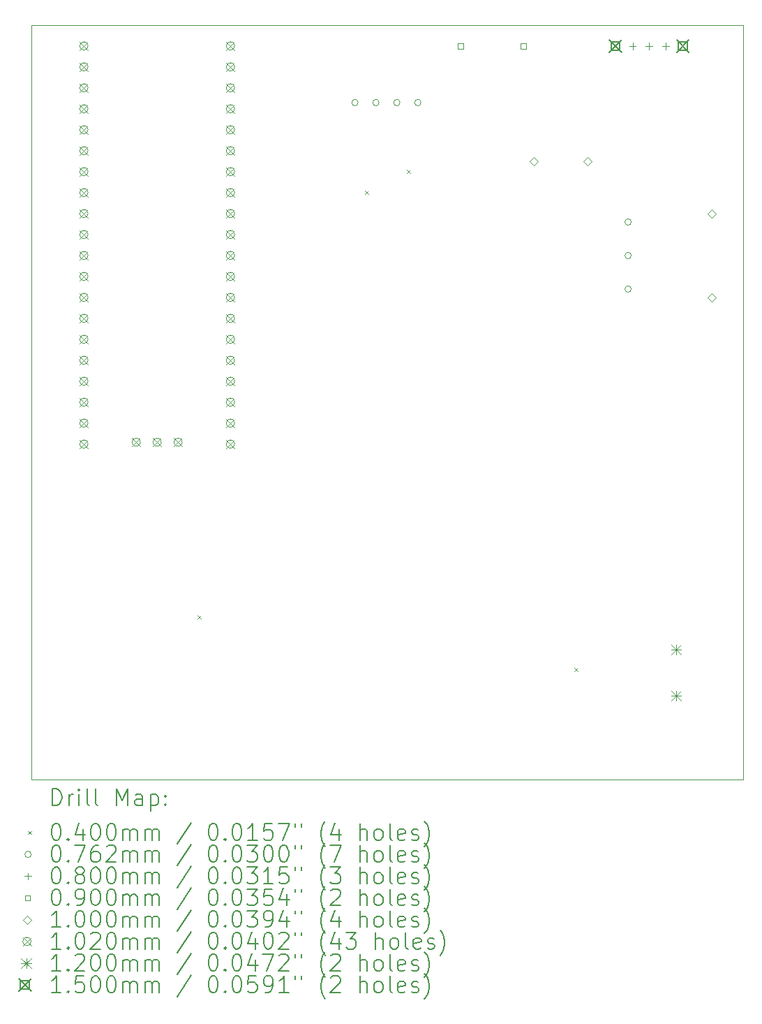
<source format=gbr>
%FSLAX45Y45*%
G04 Gerber Fmt 4.5, Leading zero omitted, Abs format (unit mm)*
G04 Created by KiCad (PCBNEW (6.0.2)) date 2022-06-07 21:46:57*
%MOMM*%
%LPD*%
G01*
G04 APERTURE LIST*
%TA.AperFunction,Profile*%
%ADD10C,0.100000*%
%TD*%
%ADD11C,0.200000*%
%ADD12C,0.040000*%
%ADD13C,0.076200*%
%ADD14C,0.080000*%
%ADD15C,0.090000*%
%ADD16C,0.100000*%
%ADD17C,0.102000*%
%ADD18C,0.120000*%
%ADD19C,0.150000*%
G04 APERTURE END LIST*
D10*
X19685000Y-14097000D02*
X11049000Y-14097000D01*
X15367000Y-4953000D02*
X19685000Y-4953000D01*
X11049000Y-4953000D02*
X11049000Y-14097000D01*
X15367000Y-4953000D02*
X11049000Y-4953000D01*
X19685000Y-4953000D02*
X19685000Y-14097000D01*
D11*
D12*
X13061000Y-12108500D02*
X13101000Y-12148500D01*
X13101000Y-12108500D02*
X13061000Y-12148500D01*
X15093000Y-6965000D02*
X15133000Y-7005000D01*
X15133000Y-6965000D02*
X15093000Y-7005000D01*
X15601000Y-6711000D02*
X15641000Y-6751000D01*
X15641000Y-6711000D02*
X15601000Y-6751000D01*
X17633000Y-12743500D02*
X17673000Y-12783500D01*
X17673000Y-12743500D02*
X17633000Y-12783500D01*
D13*
X15012100Y-5893000D02*
G75*
G03*
X15012100Y-5893000I-38100J0D01*
G01*
X15266100Y-5893000D02*
G75*
G03*
X15266100Y-5893000I-38100J0D01*
G01*
X15520100Y-5893000D02*
G75*
G03*
X15520100Y-5893000I-38100J0D01*
G01*
X15774100Y-5893000D02*
G75*
G03*
X15774100Y-5893000I-38100J0D01*
G01*
X18326100Y-7340600D02*
G75*
G03*
X18326100Y-7340600I-38100J0D01*
G01*
X18326100Y-7747000D02*
G75*
G03*
X18326100Y-7747000I-38100J0D01*
G01*
X18326100Y-8153400D02*
G75*
G03*
X18326100Y-8153400I-38100J0D01*
G01*
D14*
X18342000Y-5167000D02*
X18342000Y-5247000D01*
X18302000Y-5207000D02*
X18382000Y-5207000D01*
X18542000Y-5167000D02*
X18542000Y-5247000D01*
X18502000Y-5207000D02*
X18582000Y-5207000D01*
X18742000Y-5167000D02*
X18742000Y-5247000D01*
X18702000Y-5207000D02*
X18782000Y-5207000D01*
D15*
X16287820Y-5238820D02*
X16287820Y-5175180D01*
X16224180Y-5175180D01*
X16224180Y-5238820D01*
X16287820Y-5238820D01*
X17049820Y-5238820D02*
X17049820Y-5175180D01*
X16986180Y-5175180D01*
X16986180Y-5238820D01*
X17049820Y-5238820D01*
D16*
X17146000Y-6654000D02*
X17196000Y-6604000D01*
X17146000Y-6554000D01*
X17096000Y-6604000D01*
X17146000Y-6654000D01*
X17796000Y-6654000D02*
X17846000Y-6604000D01*
X17796000Y-6554000D01*
X17746000Y-6604000D01*
X17796000Y-6654000D01*
X19304000Y-7289000D02*
X19354000Y-7239000D01*
X19304000Y-7189000D01*
X19254000Y-7239000D01*
X19304000Y-7289000D01*
X19304000Y-8305000D02*
X19354000Y-8255000D01*
X19304000Y-8205000D01*
X19254000Y-8255000D01*
X19304000Y-8305000D01*
D17*
X11633000Y-5156000D02*
X11735000Y-5258000D01*
X11735000Y-5156000D02*
X11633000Y-5258000D01*
X11735000Y-5207000D02*
G75*
G03*
X11735000Y-5207000I-51000J0D01*
G01*
X11633000Y-5410000D02*
X11735000Y-5512000D01*
X11735000Y-5410000D02*
X11633000Y-5512000D01*
X11735000Y-5461000D02*
G75*
G03*
X11735000Y-5461000I-51000J0D01*
G01*
X11633000Y-5664000D02*
X11735000Y-5766000D01*
X11735000Y-5664000D02*
X11633000Y-5766000D01*
X11735000Y-5715000D02*
G75*
G03*
X11735000Y-5715000I-51000J0D01*
G01*
X11633000Y-5918000D02*
X11735000Y-6020000D01*
X11735000Y-5918000D02*
X11633000Y-6020000D01*
X11735000Y-5969000D02*
G75*
G03*
X11735000Y-5969000I-51000J0D01*
G01*
X11633000Y-6172000D02*
X11735000Y-6274000D01*
X11735000Y-6172000D02*
X11633000Y-6274000D01*
X11735000Y-6223000D02*
G75*
G03*
X11735000Y-6223000I-51000J0D01*
G01*
X11633000Y-6426000D02*
X11735000Y-6528000D01*
X11735000Y-6426000D02*
X11633000Y-6528000D01*
X11735000Y-6477000D02*
G75*
G03*
X11735000Y-6477000I-51000J0D01*
G01*
X11633000Y-6680000D02*
X11735000Y-6782000D01*
X11735000Y-6680000D02*
X11633000Y-6782000D01*
X11735000Y-6731000D02*
G75*
G03*
X11735000Y-6731000I-51000J0D01*
G01*
X11633000Y-6934000D02*
X11735000Y-7036000D01*
X11735000Y-6934000D02*
X11633000Y-7036000D01*
X11735000Y-6985000D02*
G75*
G03*
X11735000Y-6985000I-51000J0D01*
G01*
X11633000Y-7188000D02*
X11735000Y-7290000D01*
X11735000Y-7188000D02*
X11633000Y-7290000D01*
X11735000Y-7239000D02*
G75*
G03*
X11735000Y-7239000I-51000J0D01*
G01*
X11633000Y-7442000D02*
X11735000Y-7544000D01*
X11735000Y-7442000D02*
X11633000Y-7544000D01*
X11735000Y-7493000D02*
G75*
G03*
X11735000Y-7493000I-51000J0D01*
G01*
X11633000Y-7696000D02*
X11735000Y-7798000D01*
X11735000Y-7696000D02*
X11633000Y-7798000D01*
X11735000Y-7747000D02*
G75*
G03*
X11735000Y-7747000I-51000J0D01*
G01*
X11633000Y-7950000D02*
X11735000Y-8052000D01*
X11735000Y-7950000D02*
X11633000Y-8052000D01*
X11735000Y-8001000D02*
G75*
G03*
X11735000Y-8001000I-51000J0D01*
G01*
X11633000Y-8204000D02*
X11735000Y-8306000D01*
X11735000Y-8204000D02*
X11633000Y-8306000D01*
X11735000Y-8255000D02*
G75*
G03*
X11735000Y-8255000I-51000J0D01*
G01*
X11633000Y-8458000D02*
X11735000Y-8560000D01*
X11735000Y-8458000D02*
X11633000Y-8560000D01*
X11735000Y-8509000D02*
G75*
G03*
X11735000Y-8509000I-51000J0D01*
G01*
X11633000Y-8712000D02*
X11735000Y-8814000D01*
X11735000Y-8712000D02*
X11633000Y-8814000D01*
X11735000Y-8763000D02*
G75*
G03*
X11735000Y-8763000I-51000J0D01*
G01*
X11633000Y-8966000D02*
X11735000Y-9068000D01*
X11735000Y-8966000D02*
X11633000Y-9068000D01*
X11735000Y-9017000D02*
G75*
G03*
X11735000Y-9017000I-51000J0D01*
G01*
X11633000Y-9220000D02*
X11735000Y-9322000D01*
X11735000Y-9220000D02*
X11633000Y-9322000D01*
X11735000Y-9271000D02*
G75*
G03*
X11735000Y-9271000I-51000J0D01*
G01*
X11633000Y-9474000D02*
X11735000Y-9576000D01*
X11735000Y-9474000D02*
X11633000Y-9576000D01*
X11735000Y-9525000D02*
G75*
G03*
X11735000Y-9525000I-51000J0D01*
G01*
X11633000Y-9728000D02*
X11735000Y-9830000D01*
X11735000Y-9728000D02*
X11633000Y-9830000D01*
X11735000Y-9779000D02*
G75*
G03*
X11735000Y-9779000I-51000J0D01*
G01*
X11633000Y-9982000D02*
X11735000Y-10084000D01*
X11735000Y-9982000D02*
X11633000Y-10084000D01*
X11735000Y-10033000D02*
G75*
G03*
X11735000Y-10033000I-51000J0D01*
G01*
X12268000Y-9959000D02*
X12370000Y-10061000D01*
X12370000Y-9959000D02*
X12268000Y-10061000D01*
X12370000Y-10010000D02*
G75*
G03*
X12370000Y-10010000I-51000J0D01*
G01*
X12522000Y-9959000D02*
X12624000Y-10061000D01*
X12624000Y-9959000D02*
X12522000Y-10061000D01*
X12624000Y-10010000D02*
G75*
G03*
X12624000Y-10010000I-51000J0D01*
G01*
X12776000Y-9959000D02*
X12878000Y-10061000D01*
X12878000Y-9959000D02*
X12776000Y-10061000D01*
X12878000Y-10010000D02*
G75*
G03*
X12878000Y-10010000I-51000J0D01*
G01*
X13411000Y-5156000D02*
X13513000Y-5258000D01*
X13513000Y-5156000D02*
X13411000Y-5258000D01*
X13513000Y-5207000D02*
G75*
G03*
X13513000Y-5207000I-51000J0D01*
G01*
X13411000Y-5410000D02*
X13513000Y-5512000D01*
X13513000Y-5410000D02*
X13411000Y-5512000D01*
X13513000Y-5461000D02*
G75*
G03*
X13513000Y-5461000I-51000J0D01*
G01*
X13411000Y-5664000D02*
X13513000Y-5766000D01*
X13513000Y-5664000D02*
X13411000Y-5766000D01*
X13513000Y-5715000D02*
G75*
G03*
X13513000Y-5715000I-51000J0D01*
G01*
X13411000Y-5918000D02*
X13513000Y-6020000D01*
X13513000Y-5918000D02*
X13411000Y-6020000D01*
X13513000Y-5969000D02*
G75*
G03*
X13513000Y-5969000I-51000J0D01*
G01*
X13411000Y-6172000D02*
X13513000Y-6274000D01*
X13513000Y-6172000D02*
X13411000Y-6274000D01*
X13513000Y-6223000D02*
G75*
G03*
X13513000Y-6223000I-51000J0D01*
G01*
X13411000Y-6426000D02*
X13513000Y-6528000D01*
X13513000Y-6426000D02*
X13411000Y-6528000D01*
X13513000Y-6477000D02*
G75*
G03*
X13513000Y-6477000I-51000J0D01*
G01*
X13411000Y-6680000D02*
X13513000Y-6782000D01*
X13513000Y-6680000D02*
X13411000Y-6782000D01*
X13513000Y-6731000D02*
G75*
G03*
X13513000Y-6731000I-51000J0D01*
G01*
X13411000Y-6934000D02*
X13513000Y-7036000D01*
X13513000Y-6934000D02*
X13411000Y-7036000D01*
X13513000Y-6985000D02*
G75*
G03*
X13513000Y-6985000I-51000J0D01*
G01*
X13411000Y-7188000D02*
X13513000Y-7290000D01*
X13513000Y-7188000D02*
X13411000Y-7290000D01*
X13513000Y-7239000D02*
G75*
G03*
X13513000Y-7239000I-51000J0D01*
G01*
X13411000Y-7442000D02*
X13513000Y-7544000D01*
X13513000Y-7442000D02*
X13411000Y-7544000D01*
X13513000Y-7493000D02*
G75*
G03*
X13513000Y-7493000I-51000J0D01*
G01*
X13411000Y-7696000D02*
X13513000Y-7798000D01*
X13513000Y-7696000D02*
X13411000Y-7798000D01*
X13513000Y-7747000D02*
G75*
G03*
X13513000Y-7747000I-51000J0D01*
G01*
X13411000Y-7950000D02*
X13513000Y-8052000D01*
X13513000Y-7950000D02*
X13411000Y-8052000D01*
X13513000Y-8001000D02*
G75*
G03*
X13513000Y-8001000I-51000J0D01*
G01*
X13411000Y-8204000D02*
X13513000Y-8306000D01*
X13513000Y-8204000D02*
X13411000Y-8306000D01*
X13513000Y-8255000D02*
G75*
G03*
X13513000Y-8255000I-51000J0D01*
G01*
X13411000Y-8458000D02*
X13513000Y-8560000D01*
X13513000Y-8458000D02*
X13411000Y-8560000D01*
X13513000Y-8509000D02*
G75*
G03*
X13513000Y-8509000I-51000J0D01*
G01*
X13411000Y-8712000D02*
X13513000Y-8814000D01*
X13513000Y-8712000D02*
X13411000Y-8814000D01*
X13513000Y-8763000D02*
G75*
G03*
X13513000Y-8763000I-51000J0D01*
G01*
X13411000Y-8966000D02*
X13513000Y-9068000D01*
X13513000Y-8966000D02*
X13411000Y-9068000D01*
X13513000Y-9017000D02*
G75*
G03*
X13513000Y-9017000I-51000J0D01*
G01*
X13411000Y-9220000D02*
X13513000Y-9322000D01*
X13513000Y-9220000D02*
X13411000Y-9322000D01*
X13513000Y-9271000D02*
G75*
G03*
X13513000Y-9271000I-51000J0D01*
G01*
X13411000Y-9474000D02*
X13513000Y-9576000D01*
X13513000Y-9474000D02*
X13411000Y-9576000D01*
X13513000Y-9525000D02*
G75*
G03*
X13513000Y-9525000I-51000J0D01*
G01*
X13411000Y-9728000D02*
X13513000Y-9830000D01*
X13513000Y-9728000D02*
X13411000Y-9830000D01*
X13513000Y-9779000D02*
G75*
G03*
X13513000Y-9779000I-51000J0D01*
G01*
X13411000Y-9982000D02*
X13513000Y-10084000D01*
X13513000Y-9982000D02*
X13411000Y-10084000D01*
X13513000Y-10033000D02*
G75*
G03*
X13513000Y-10033000I-51000J0D01*
G01*
D18*
X18812200Y-12462200D02*
X18932200Y-12582200D01*
X18932200Y-12462200D02*
X18812200Y-12582200D01*
X18872200Y-12462200D02*
X18872200Y-12582200D01*
X18812200Y-12522200D02*
X18932200Y-12522200D01*
X18812200Y-13021000D02*
X18932200Y-13141000D01*
X18932200Y-13021000D02*
X18812200Y-13141000D01*
X18872200Y-13021000D02*
X18872200Y-13141000D01*
X18812200Y-13081000D02*
X18932200Y-13081000D01*
D19*
X18057000Y-5132000D02*
X18207000Y-5282000D01*
X18207000Y-5132000D02*
X18057000Y-5282000D01*
X18185034Y-5260034D02*
X18185034Y-5153967D01*
X18078967Y-5153967D01*
X18078967Y-5260034D01*
X18185034Y-5260034D01*
X18877000Y-5132000D02*
X19027000Y-5282000D01*
X19027000Y-5132000D02*
X18877000Y-5282000D01*
X19005034Y-5260034D02*
X19005034Y-5153967D01*
X18898967Y-5153967D01*
X18898967Y-5260034D01*
X19005034Y-5260034D01*
D11*
X11301619Y-14412476D02*
X11301619Y-14212476D01*
X11349238Y-14212476D01*
X11377809Y-14222000D01*
X11396857Y-14241048D01*
X11406381Y-14260095D01*
X11415905Y-14298190D01*
X11415905Y-14326762D01*
X11406381Y-14364857D01*
X11396857Y-14383905D01*
X11377809Y-14402952D01*
X11349238Y-14412476D01*
X11301619Y-14412476D01*
X11501619Y-14412476D02*
X11501619Y-14279143D01*
X11501619Y-14317238D02*
X11511143Y-14298190D01*
X11520667Y-14288667D01*
X11539714Y-14279143D01*
X11558762Y-14279143D01*
X11625428Y-14412476D02*
X11625428Y-14279143D01*
X11625428Y-14212476D02*
X11615905Y-14222000D01*
X11625428Y-14231524D01*
X11634952Y-14222000D01*
X11625428Y-14212476D01*
X11625428Y-14231524D01*
X11749238Y-14412476D02*
X11730190Y-14402952D01*
X11720667Y-14383905D01*
X11720667Y-14212476D01*
X11854000Y-14412476D02*
X11834952Y-14402952D01*
X11825428Y-14383905D01*
X11825428Y-14212476D01*
X12082571Y-14412476D02*
X12082571Y-14212476D01*
X12149238Y-14355333D01*
X12215905Y-14212476D01*
X12215905Y-14412476D01*
X12396857Y-14412476D02*
X12396857Y-14307714D01*
X12387333Y-14288667D01*
X12368286Y-14279143D01*
X12330190Y-14279143D01*
X12311143Y-14288667D01*
X12396857Y-14402952D02*
X12377809Y-14412476D01*
X12330190Y-14412476D01*
X12311143Y-14402952D01*
X12301619Y-14383905D01*
X12301619Y-14364857D01*
X12311143Y-14345809D01*
X12330190Y-14336286D01*
X12377809Y-14336286D01*
X12396857Y-14326762D01*
X12492095Y-14279143D02*
X12492095Y-14479143D01*
X12492095Y-14288667D02*
X12511143Y-14279143D01*
X12549238Y-14279143D01*
X12568286Y-14288667D01*
X12577809Y-14298190D01*
X12587333Y-14317238D01*
X12587333Y-14374381D01*
X12577809Y-14393428D01*
X12568286Y-14402952D01*
X12549238Y-14412476D01*
X12511143Y-14412476D01*
X12492095Y-14402952D01*
X12673048Y-14393428D02*
X12682571Y-14402952D01*
X12673048Y-14412476D01*
X12663524Y-14402952D01*
X12673048Y-14393428D01*
X12673048Y-14412476D01*
X12673048Y-14288667D02*
X12682571Y-14298190D01*
X12673048Y-14307714D01*
X12663524Y-14298190D01*
X12673048Y-14288667D01*
X12673048Y-14307714D01*
D12*
X11004000Y-14722000D02*
X11044000Y-14762000D01*
X11044000Y-14722000D02*
X11004000Y-14762000D01*
D11*
X11339714Y-14632476D02*
X11358762Y-14632476D01*
X11377809Y-14642000D01*
X11387333Y-14651524D01*
X11396857Y-14670571D01*
X11406381Y-14708667D01*
X11406381Y-14756286D01*
X11396857Y-14794381D01*
X11387333Y-14813428D01*
X11377809Y-14822952D01*
X11358762Y-14832476D01*
X11339714Y-14832476D01*
X11320667Y-14822952D01*
X11311143Y-14813428D01*
X11301619Y-14794381D01*
X11292095Y-14756286D01*
X11292095Y-14708667D01*
X11301619Y-14670571D01*
X11311143Y-14651524D01*
X11320667Y-14642000D01*
X11339714Y-14632476D01*
X11492095Y-14813428D02*
X11501619Y-14822952D01*
X11492095Y-14832476D01*
X11482571Y-14822952D01*
X11492095Y-14813428D01*
X11492095Y-14832476D01*
X11673048Y-14699143D02*
X11673048Y-14832476D01*
X11625428Y-14622952D02*
X11577809Y-14765809D01*
X11701619Y-14765809D01*
X11815905Y-14632476D02*
X11834952Y-14632476D01*
X11854000Y-14642000D01*
X11863524Y-14651524D01*
X11873048Y-14670571D01*
X11882571Y-14708667D01*
X11882571Y-14756286D01*
X11873048Y-14794381D01*
X11863524Y-14813428D01*
X11854000Y-14822952D01*
X11834952Y-14832476D01*
X11815905Y-14832476D01*
X11796857Y-14822952D01*
X11787333Y-14813428D01*
X11777809Y-14794381D01*
X11768286Y-14756286D01*
X11768286Y-14708667D01*
X11777809Y-14670571D01*
X11787333Y-14651524D01*
X11796857Y-14642000D01*
X11815905Y-14632476D01*
X12006381Y-14632476D02*
X12025428Y-14632476D01*
X12044476Y-14642000D01*
X12054000Y-14651524D01*
X12063524Y-14670571D01*
X12073048Y-14708667D01*
X12073048Y-14756286D01*
X12063524Y-14794381D01*
X12054000Y-14813428D01*
X12044476Y-14822952D01*
X12025428Y-14832476D01*
X12006381Y-14832476D01*
X11987333Y-14822952D01*
X11977809Y-14813428D01*
X11968286Y-14794381D01*
X11958762Y-14756286D01*
X11958762Y-14708667D01*
X11968286Y-14670571D01*
X11977809Y-14651524D01*
X11987333Y-14642000D01*
X12006381Y-14632476D01*
X12158762Y-14832476D02*
X12158762Y-14699143D01*
X12158762Y-14718190D02*
X12168286Y-14708667D01*
X12187333Y-14699143D01*
X12215905Y-14699143D01*
X12234952Y-14708667D01*
X12244476Y-14727714D01*
X12244476Y-14832476D01*
X12244476Y-14727714D02*
X12254000Y-14708667D01*
X12273048Y-14699143D01*
X12301619Y-14699143D01*
X12320667Y-14708667D01*
X12330190Y-14727714D01*
X12330190Y-14832476D01*
X12425428Y-14832476D02*
X12425428Y-14699143D01*
X12425428Y-14718190D02*
X12434952Y-14708667D01*
X12454000Y-14699143D01*
X12482571Y-14699143D01*
X12501619Y-14708667D01*
X12511143Y-14727714D01*
X12511143Y-14832476D01*
X12511143Y-14727714D02*
X12520667Y-14708667D01*
X12539714Y-14699143D01*
X12568286Y-14699143D01*
X12587333Y-14708667D01*
X12596857Y-14727714D01*
X12596857Y-14832476D01*
X12987333Y-14622952D02*
X12815905Y-14880095D01*
X13244476Y-14632476D02*
X13263524Y-14632476D01*
X13282571Y-14642000D01*
X13292095Y-14651524D01*
X13301619Y-14670571D01*
X13311143Y-14708667D01*
X13311143Y-14756286D01*
X13301619Y-14794381D01*
X13292095Y-14813428D01*
X13282571Y-14822952D01*
X13263524Y-14832476D01*
X13244476Y-14832476D01*
X13225428Y-14822952D01*
X13215905Y-14813428D01*
X13206381Y-14794381D01*
X13196857Y-14756286D01*
X13196857Y-14708667D01*
X13206381Y-14670571D01*
X13215905Y-14651524D01*
X13225428Y-14642000D01*
X13244476Y-14632476D01*
X13396857Y-14813428D02*
X13406381Y-14822952D01*
X13396857Y-14832476D01*
X13387333Y-14822952D01*
X13396857Y-14813428D01*
X13396857Y-14832476D01*
X13530190Y-14632476D02*
X13549238Y-14632476D01*
X13568286Y-14642000D01*
X13577809Y-14651524D01*
X13587333Y-14670571D01*
X13596857Y-14708667D01*
X13596857Y-14756286D01*
X13587333Y-14794381D01*
X13577809Y-14813428D01*
X13568286Y-14822952D01*
X13549238Y-14832476D01*
X13530190Y-14832476D01*
X13511143Y-14822952D01*
X13501619Y-14813428D01*
X13492095Y-14794381D01*
X13482571Y-14756286D01*
X13482571Y-14708667D01*
X13492095Y-14670571D01*
X13501619Y-14651524D01*
X13511143Y-14642000D01*
X13530190Y-14632476D01*
X13787333Y-14832476D02*
X13673048Y-14832476D01*
X13730190Y-14832476D02*
X13730190Y-14632476D01*
X13711143Y-14661048D01*
X13692095Y-14680095D01*
X13673048Y-14689619D01*
X13968286Y-14632476D02*
X13873048Y-14632476D01*
X13863524Y-14727714D01*
X13873048Y-14718190D01*
X13892095Y-14708667D01*
X13939714Y-14708667D01*
X13958762Y-14718190D01*
X13968286Y-14727714D01*
X13977809Y-14746762D01*
X13977809Y-14794381D01*
X13968286Y-14813428D01*
X13958762Y-14822952D01*
X13939714Y-14832476D01*
X13892095Y-14832476D01*
X13873048Y-14822952D01*
X13863524Y-14813428D01*
X14044476Y-14632476D02*
X14177809Y-14632476D01*
X14092095Y-14832476D01*
X14244476Y-14632476D02*
X14244476Y-14670571D01*
X14320667Y-14632476D02*
X14320667Y-14670571D01*
X14615905Y-14908667D02*
X14606381Y-14899143D01*
X14587333Y-14870571D01*
X14577809Y-14851524D01*
X14568286Y-14822952D01*
X14558762Y-14775333D01*
X14558762Y-14737238D01*
X14568286Y-14689619D01*
X14577809Y-14661048D01*
X14587333Y-14642000D01*
X14606381Y-14613428D01*
X14615905Y-14603905D01*
X14777809Y-14699143D02*
X14777809Y-14832476D01*
X14730190Y-14622952D02*
X14682571Y-14765809D01*
X14806381Y-14765809D01*
X15034952Y-14832476D02*
X15034952Y-14632476D01*
X15120667Y-14832476D02*
X15120667Y-14727714D01*
X15111143Y-14708667D01*
X15092095Y-14699143D01*
X15063524Y-14699143D01*
X15044476Y-14708667D01*
X15034952Y-14718190D01*
X15244476Y-14832476D02*
X15225428Y-14822952D01*
X15215905Y-14813428D01*
X15206381Y-14794381D01*
X15206381Y-14737238D01*
X15215905Y-14718190D01*
X15225428Y-14708667D01*
X15244476Y-14699143D01*
X15273048Y-14699143D01*
X15292095Y-14708667D01*
X15301619Y-14718190D01*
X15311143Y-14737238D01*
X15311143Y-14794381D01*
X15301619Y-14813428D01*
X15292095Y-14822952D01*
X15273048Y-14832476D01*
X15244476Y-14832476D01*
X15425428Y-14832476D02*
X15406381Y-14822952D01*
X15396857Y-14803905D01*
X15396857Y-14632476D01*
X15577809Y-14822952D02*
X15558762Y-14832476D01*
X15520667Y-14832476D01*
X15501619Y-14822952D01*
X15492095Y-14803905D01*
X15492095Y-14727714D01*
X15501619Y-14708667D01*
X15520667Y-14699143D01*
X15558762Y-14699143D01*
X15577809Y-14708667D01*
X15587333Y-14727714D01*
X15587333Y-14746762D01*
X15492095Y-14765809D01*
X15663524Y-14822952D02*
X15682571Y-14832476D01*
X15720667Y-14832476D01*
X15739714Y-14822952D01*
X15749238Y-14803905D01*
X15749238Y-14794381D01*
X15739714Y-14775333D01*
X15720667Y-14765809D01*
X15692095Y-14765809D01*
X15673048Y-14756286D01*
X15663524Y-14737238D01*
X15663524Y-14727714D01*
X15673048Y-14708667D01*
X15692095Y-14699143D01*
X15720667Y-14699143D01*
X15739714Y-14708667D01*
X15815905Y-14908667D02*
X15825428Y-14899143D01*
X15844476Y-14870571D01*
X15854000Y-14851524D01*
X15863524Y-14822952D01*
X15873048Y-14775333D01*
X15873048Y-14737238D01*
X15863524Y-14689619D01*
X15854000Y-14661048D01*
X15844476Y-14642000D01*
X15825428Y-14613428D01*
X15815905Y-14603905D01*
D13*
X11044000Y-15006000D02*
G75*
G03*
X11044000Y-15006000I-38100J0D01*
G01*
D11*
X11339714Y-14896476D02*
X11358762Y-14896476D01*
X11377809Y-14906000D01*
X11387333Y-14915524D01*
X11396857Y-14934571D01*
X11406381Y-14972667D01*
X11406381Y-15020286D01*
X11396857Y-15058381D01*
X11387333Y-15077428D01*
X11377809Y-15086952D01*
X11358762Y-15096476D01*
X11339714Y-15096476D01*
X11320667Y-15086952D01*
X11311143Y-15077428D01*
X11301619Y-15058381D01*
X11292095Y-15020286D01*
X11292095Y-14972667D01*
X11301619Y-14934571D01*
X11311143Y-14915524D01*
X11320667Y-14906000D01*
X11339714Y-14896476D01*
X11492095Y-15077428D02*
X11501619Y-15086952D01*
X11492095Y-15096476D01*
X11482571Y-15086952D01*
X11492095Y-15077428D01*
X11492095Y-15096476D01*
X11568286Y-14896476D02*
X11701619Y-14896476D01*
X11615905Y-15096476D01*
X11863524Y-14896476D02*
X11825428Y-14896476D01*
X11806381Y-14906000D01*
X11796857Y-14915524D01*
X11777809Y-14944095D01*
X11768286Y-14982190D01*
X11768286Y-15058381D01*
X11777809Y-15077428D01*
X11787333Y-15086952D01*
X11806381Y-15096476D01*
X11844476Y-15096476D01*
X11863524Y-15086952D01*
X11873048Y-15077428D01*
X11882571Y-15058381D01*
X11882571Y-15010762D01*
X11873048Y-14991714D01*
X11863524Y-14982190D01*
X11844476Y-14972667D01*
X11806381Y-14972667D01*
X11787333Y-14982190D01*
X11777809Y-14991714D01*
X11768286Y-15010762D01*
X11958762Y-14915524D02*
X11968286Y-14906000D01*
X11987333Y-14896476D01*
X12034952Y-14896476D01*
X12054000Y-14906000D01*
X12063524Y-14915524D01*
X12073048Y-14934571D01*
X12073048Y-14953619D01*
X12063524Y-14982190D01*
X11949238Y-15096476D01*
X12073048Y-15096476D01*
X12158762Y-15096476D02*
X12158762Y-14963143D01*
X12158762Y-14982190D02*
X12168286Y-14972667D01*
X12187333Y-14963143D01*
X12215905Y-14963143D01*
X12234952Y-14972667D01*
X12244476Y-14991714D01*
X12244476Y-15096476D01*
X12244476Y-14991714D02*
X12254000Y-14972667D01*
X12273048Y-14963143D01*
X12301619Y-14963143D01*
X12320667Y-14972667D01*
X12330190Y-14991714D01*
X12330190Y-15096476D01*
X12425428Y-15096476D02*
X12425428Y-14963143D01*
X12425428Y-14982190D02*
X12434952Y-14972667D01*
X12454000Y-14963143D01*
X12482571Y-14963143D01*
X12501619Y-14972667D01*
X12511143Y-14991714D01*
X12511143Y-15096476D01*
X12511143Y-14991714D02*
X12520667Y-14972667D01*
X12539714Y-14963143D01*
X12568286Y-14963143D01*
X12587333Y-14972667D01*
X12596857Y-14991714D01*
X12596857Y-15096476D01*
X12987333Y-14886952D02*
X12815905Y-15144095D01*
X13244476Y-14896476D02*
X13263524Y-14896476D01*
X13282571Y-14906000D01*
X13292095Y-14915524D01*
X13301619Y-14934571D01*
X13311143Y-14972667D01*
X13311143Y-15020286D01*
X13301619Y-15058381D01*
X13292095Y-15077428D01*
X13282571Y-15086952D01*
X13263524Y-15096476D01*
X13244476Y-15096476D01*
X13225428Y-15086952D01*
X13215905Y-15077428D01*
X13206381Y-15058381D01*
X13196857Y-15020286D01*
X13196857Y-14972667D01*
X13206381Y-14934571D01*
X13215905Y-14915524D01*
X13225428Y-14906000D01*
X13244476Y-14896476D01*
X13396857Y-15077428D02*
X13406381Y-15086952D01*
X13396857Y-15096476D01*
X13387333Y-15086952D01*
X13396857Y-15077428D01*
X13396857Y-15096476D01*
X13530190Y-14896476D02*
X13549238Y-14896476D01*
X13568286Y-14906000D01*
X13577809Y-14915524D01*
X13587333Y-14934571D01*
X13596857Y-14972667D01*
X13596857Y-15020286D01*
X13587333Y-15058381D01*
X13577809Y-15077428D01*
X13568286Y-15086952D01*
X13549238Y-15096476D01*
X13530190Y-15096476D01*
X13511143Y-15086952D01*
X13501619Y-15077428D01*
X13492095Y-15058381D01*
X13482571Y-15020286D01*
X13482571Y-14972667D01*
X13492095Y-14934571D01*
X13501619Y-14915524D01*
X13511143Y-14906000D01*
X13530190Y-14896476D01*
X13663524Y-14896476D02*
X13787333Y-14896476D01*
X13720667Y-14972667D01*
X13749238Y-14972667D01*
X13768286Y-14982190D01*
X13777809Y-14991714D01*
X13787333Y-15010762D01*
X13787333Y-15058381D01*
X13777809Y-15077428D01*
X13768286Y-15086952D01*
X13749238Y-15096476D01*
X13692095Y-15096476D01*
X13673048Y-15086952D01*
X13663524Y-15077428D01*
X13911143Y-14896476D02*
X13930190Y-14896476D01*
X13949238Y-14906000D01*
X13958762Y-14915524D01*
X13968286Y-14934571D01*
X13977809Y-14972667D01*
X13977809Y-15020286D01*
X13968286Y-15058381D01*
X13958762Y-15077428D01*
X13949238Y-15086952D01*
X13930190Y-15096476D01*
X13911143Y-15096476D01*
X13892095Y-15086952D01*
X13882571Y-15077428D01*
X13873048Y-15058381D01*
X13863524Y-15020286D01*
X13863524Y-14972667D01*
X13873048Y-14934571D01*
X13882571Y-14915524D01*
X13892095Y-14906000D01*
X13911143Y-14896476D01*
X14101619Y-14896476D02*
X14120667Y-14896476D01*
X14139714Y-14906000D01*
X14149238Y-14915524D01*
X14158762Y-14934571D01*
X14168286Y-14972667D01*
X14168286Y-15020286D01*
X14158762Y-15058381D01*
X14149238Y-15077428D01*
X14139714Y-15086952D01*
X14120667Y-15096476D01*
X14101619Y-15096476D01*
X14082571Y-15086952D01*
X14073048Y-15077428D01*
X14063524Y-15058381D01*
X14054000Y-15020286D01*
X14054000Y-14972667D01*
X14063524Y-14934571D01*
X14073048Y-14915524D01*
X14082571Y-14906000D01*
X14101619Y-14896476D01*
X14244476Y-14896476D02*
X14244476Y-14934571D01*
X14320667Y-14896476D02*
X14320667Y-14934571D01*
X14615905Y-15172667D02*
X14606381Y-15163143D01*
X14587333Y-15134571D01*
X14577809Y-15115524D01*
X14568286Y-15086952D01*
X14558762Y-15039333D01*
X14558762Y-15001238D01*
X14568286Y-14953619D01*
X14577809Y-14925048D01*
X14587333Y-14906000D01*
X14606381Y-14877428D01*
X14615905Y-14867905D01*
X14673048Y-14896476D02*
X14806381Y-14896476D01*
X14720667Y-15096476D01*
X15034952Y-15096476D02*
X15034952Y-14896476D01*
X15120667Y-15096476D02*
X15120667Y-14991714D01*
X15111143Y-14972667D01*
X15092095Y-14963143D01*
X15063524Y-14963143D01*
X15044476Y-14972667D01*
X15034952Y-14982190D01*
X15244476Y-15096476D02*
X15225428Y-15086952D01*
X15215905Y-15077428D01*
X15206381Y-15058381D01*
X15206381Y-15001238D01*
X15215905Y-14982190D01*
X15225428Y-14972667D01*
X15244476Y-14963143D01*
X15273048Y-14963143D01*
X15292095Y-14972667D01*
X15301619Y-14982190D01*
X15311143Y-15001238D01*
X15311143Y-15058381D01*
X15301619Y-15077428D01*
X15292095Y-15086952D01*
X15273048Y-15096476D01*
X15244476Y-15096476D01*
X15425428Y-15096476D02*
X15406381Y-15086952D01*
X15396857Y-15067905D01*
X15396857Y-14896476D01*
X15577809Y-15086952D02*
X15558762Y-15096476D01*
X15520667Y-15096476D01*
X15501619Y-15086952D01*
X15492095Y-15067905D01*
X15492095Y-14991714D01*
X15501619Y-14972667D01*
X15520667Y-14963143D01*
X15558762Y-14963143D01*
X15577809Y-14972667D01*
X15587333Y-14991714D01*
X15587333Y-15010762D01*
X15492095Y-15029809D01*
X15663524Y-15086952D02*
X15682571Y-15096476D01*
X15720667Y-15096476D01*
X15739714Y-15086952D01*
X15749238Y-15067905D01*
X15749238Y-15058381D01*
X15739714Y-15039333D01*
X15720667Y-15029809D01*
X15692095Y-15029809D01*
X15673048Y-15020286D01*
X15663524Y-15001238D01*
X15663524Y-14991714D01*
X15673048Y-14972667D01*
X15692095Y-14963143D01*
X15720667Y-14963143D01*
X15739714Y-14972667D01*
X15815905Y-15172667D02*
X15825428Y-15163143D01*
X15844476Y-15134571D01*
X15854000Y-15115524D01*
X15863524Y-15086952D01*
X15873048Y-15039333D01*
X15873048Y-15001238D01*
X15863524Y-14953619D01*
X15854000Y-14925048D01*
X15844476Y-14906000D01*
X15825428Y-14877428D01*
X15815905Y-14867905D01*
D14*
X11004000Y-15230000D02*
X11004000Y-15310000D01*
X10964000Y-15270000D02*
X11044000Y-15270000D01*
D11*
X11339714Y-15160476D02*
X11358762Y-15160476D01*
X11377809Y-15170000D01*
X11387333Y-15179524D01*
X11396857Y-15198571D01*
X11406381Y-15236667D01*
X11406381Y-15284286D01*
X11396857Y-15322381D01*
X11387333Y-15341428D01*
X11377809Y-15350952D01*
X11358762Y-15360476D01*
X11339714Y-15360476D01*
X11320667Y-15350952D01*
X11311143Y-15341428D01*
X11301619Y-15322381D01*
X11292095Y-15284286D01*
X11292095Y-15236667D01*
X11301619Y-15198571D01*
X11311143Y-15179524D01*
X11320667Y-15170000D01*
X11339714Y-15160476D01*
X11492095Y-15341428D02*
X11501619Y-15350952D01*
X11492095Y-15360476D01*
X11482571Y-15350952D01*
X11492095Y-15341428D01*
X11492095Y-15360476D01*
X11615905Y-15246190D02*
X11596857Y-15236667D01*
X11587333Y-15227143D01*
X11577809Y-15208095D01*
X11577809Y-15198571D01*
X11587333Y-15179524D01*
X11596857Y-15170000D01*
X11615905Y-15160476D01*
X11654000Y-15160476D01*
X11673048Y-15170000D01*
X11682571Y-15179524D01*
X11692095Y-15198571D01*
X11692095Y-15208095D01*
X11682571Y-15227143D01*
X11673048Y-15236667D01*
X11654000Y-15246190D01*
X11615905Y-15246190D01*
X11596857Y-15255714D01*
X11587333Y-15265238D01*
X11577809Y-15284286D01*
X11577809Y-15322381D01*
X11587333Y-15341428D01*
X11596857Y-15350952D01*
X11615905Y-15360476D01*
X11654000Y-15360476D01*
X11673048Y-15350952D01*
X11682571Y-15341428D01*
X11692095Y-15322381D01*
X11692095Y-15284286D01*
X11682571Y-15265238D01*
X11673048Y-15255714D01*
X11654000Y-15246190D01*
X11815905Y-15160476D02*
X11834952Y-15160476D01*
X11854000Y-15170000D01*
X11863524Y-15179524D01*
X11873048Y-15198571D01*
X11882571Y-15236667D01*
X11882571Y-15284286D01*
X11873048Y-15322381D01*
X11863524Y-15341428D01*
X11854000Y-15350952D01*
X11834952Y-15360476D01*
X11815905Y-15360476D01*
X11796857Y-15350952D01*
X11787333Y-15341428D01*
X11777809Y-15322381D01*
X11768286Y-15284286D01*
X11768286Y-15236667D01*
X11777809Y-15198571D01*
X11787333Y-15179524D01*
X11796857Y-15170000D01*
X11815905Y-15160476D01*
X12006381Y-15160476D02*
X12025428Y-15160476D01*
X12044476Y-15170000D01*
X12054000Y-15179524D01*
X12063524Y-15198571D01*
X12073048Y-15236667D01*
X12073048Y-15284286D01*
X12063524Y-15322381D01*
X12054000Y-15341428D01*
X12044476Y-15350952D01*
X12025428Y-15360476D01*
X12006381Y-15360476D01*
X11987333Y-15350952D01*
X11977809Y-15341428D01*
X11968286Y-15322381D01*
X11958762Y-15284286D01*
X11958762Y-15236667D01*
X11968286Y-15198571D01*
X11977809Y-15179524D01*
X11987333Y-15170000D01*
X12006381Y-15160476D01*
X12158762Y-15360476D02*
X12158762Y-15227143D01*
X12158762Y-15246190D02*
X12168286Y-15236667D01*
X12187333Y-15227143D01*
X12215905Y-15227143D01*
X12234952Y-15236667D01*
X12244476Y-15255714D01*
X12244476Y-15360476D01*
X12244476Y-15255714D02*
X12254000Y-15236667D01*
X12273048Y-15227143D01*
X12301619Y-15227143D01*
X12320667Y-15236667D01*
X12330190Y-15255714D01*
X12330190Y-15360476D01*
X12425428Y-15360476D02*
X12425428Y-15227143D01*
X12425428Y-15246190D02*
X12434952Y-15236667D01*
X12454000Y-15227143D01*
X12482571Y-15227143D01*
X12501619Y-15236667D01*
X12511143Y-15255714D01*
X12511143Y-15360476D01*
X12511143Y-15255714D02*
X12520667Y-15236667D01*
X12539714Y-15227143D01*
X12568286Y-15227143D01*
X12587333Y-15236667D01*
X12596857Y-15255714D01*
X12596857Y-15360476D01*
X12987333Y-15150952D02*
X12815905Y-15408095D01*
X13244476Y-15160476D02*
X13263524Y-15160476D01*
X13282571Y-15170000D01*
X13292095Y-15179524D01*
X13301619Y-15198571D01*
X13311143Y-15236667D01*
X13311143Y-15284286D01*
X13301619Y-15322381D01*
X13292095Y-15341428D01*
X13282571Y-15350952D01*
X13263524Y-15360476D01*
X13244476Y-15360476D01*
X13225428Y-15350952D01*
X13215905Y-15341428D01*
X13206381Y-15322381D01*
X13196857Y-15284286D01*
X13196857Y-15236667D01*
X13206381Y-15198571D01*
X13215905Y-15179524D01*
X13225428Y-15170000D01*
X13244476Y-15160476D01*
X13396857Y-15341428D02*
X13406381Y-15350952D01*
X13396857Y-15360476D01*
X13387333Y-15350952D01*
X13396857Y-15341428D01*
X13396857Y-15360476D01*
X13530190Y-15160476D02*
X13549238Y-15160476D01*
X13568286Y-15170000D01*
X13577809Y-15179524D01*
X13587333Y-15198571D01*
X13596857Y-15236667D01*
X13596857Y-15284286D01*
X13587333Y-15322381D01*
X13577809Y-15341428D01*
X13568286Y-15350952D01*
X13549238Y-15360476D01*
X13530190Y-15360476D01*
X13511143Y-15350952D01*
X13501619Y-15341428D01*
X13492095Y-15322381D01*
X13482571Y-15284286D01*
X13482571Y-15236667D01*
X13492095Y-15198571D01*
X13501619Y-15179524D01*
X13511143Y-15170000D01*
X13530190Y-15160476D01*
X13663524Y-15160476D02*
X13787333Y-15160476D01*
X13720667Y-15236667D01*
X13749238Y-15236667D01*
X13768286Y-15246190D01*
X13777809Y-15255714D01*
X13787333Y-15274762D01*
X13787333Y-15322381D01*
X13777809Y-15341428D01*
X13768286Y-15350952D01*
X13749238Y-15360476D01*
X13692095Y-15360476D01*
X13673048Y-15350952D01*
X13663524Y-15341428D01*
X13977809Y-15360476D02*
X13863524Y-15360476D01*
X13920667Y-15360476D02*
X13920667Y-15160476D01*
X13901619Y-15189048D01*
X13882571Y-15208095D01*
X13863524Y-15217619D01*
X14158762Y-15160476D02*
X14063524Y-15160476D01*
X14054000Y-15255714D01*
X14063524Y-15246190D01*
X14082571Y-15236667D01*
X14130190Y-15236667D01*
X14149238Y-15246190D01*
X14158762Y-15255714D01*
X14168286Y-15274762D01*
X14168286Y-15322381D01*
X14158762Y-15341428D01*
X14149238Y-15350952D01*
X14130190Y-15360476D01*
X14082571Y-15360476D01*
X14063524Y-15350952D01*
X14054000Y-15341428D01*
X14244476Y-15160476D02*
X14244476Y-15198571D01*
X14320667Y-15160476D02*
X14320667Y-15198571D01*
X14615905Y-15436667D02*
X14606381Y-15427143D01*
X14587333Y-15398571D01*
X14577809Y-15379524D01*
X14568286Y-15350952D01*
X14558762Y-15303333D01*
X14558762Y-15265238D01*
X14568286Y-15217619D01*
X14577809Y-15189048D01*
X14587333Y-15170000D01*
X14606381Y-15141428D01*
X14615905Y-15131905D01*
X14673048Y-15160476D02*
X14796857Y-15160476D01*
X14730190Y-15236667D01*
X14758762Y-15236667D01*
X14777809Y-15246190D01*
X14787333Y-15255714D01*
X14796857Y-15274762D01*
X14796857Y-15322381D01*
X14787333Y-15341428D01*
X14777809Y-15350952D01*
X14758762Y-15360476D01*
X14701619Y-15360476D01*
X14682571Y-15350952D01*
X14673048Y-15341428D01*
X15034952Y-15360476D02*
X15034952Y-15160476D01*
X15120667Y-15360476D02*
X15120667Y-15255714D01*
X15111143Y-15236667D01*
X15092095Y-15227143D01*
X15063524Y-15227143D01*
X15044476Y-15236667D01*
X15034952Y-15246190D01*
X15244476Y-15360476D02*
X15225428Y-15350952D01*
X15215905Y-15341428D01*
X15206381Y-15322381D01*
X15206381Y-15265238D01*
X15215905Y-15246190D01*
X15225428Y-15236667D01*
X15244476Y-15227143D01*
X15273048Y-15227143D01*
X15292095Y-15236667D01*
X15301619Y-15246190D01*
X15311143Y-15265238D01*
X15311143Y-15322381D01*
X15301619Y-15341428D01*
X15292095Y-15350952D01*
X15273048Y-15360476D01*
X15244476Y-15360476D01*
X15425428Y-15360476D02*
X15406381Y-15350952D01*
X15396857Y-15331905D01*
X15396857Y-15160476D01*
X15577809Y-15350952D02*
X15558762Y-15360476D01*
X15520667Y-15360476D01*
X15501619Y-15350952D01*
X15492095Y-15331905D01*
X15492095Y-15255714D01*
X15501619Y-15236667D01*
X15520667Y-15227143D01*
X15558762Y-15227143D01*
X15577809Y-15236667D01*
X15587333Y-15255714D01*
X15587333Y-15274762D01*
X15492095Y-15293809D01*
X15663524Y-15350952D02*
X15682571Y-15360476D01*
X15720667Y-15360476D01*
X15739714Y-15350952D01*
X15749238Y-15331905D01*
X15749238Y-15322381D01*
X15739714Y-15303333D01*
X15720667Y-15293809D01*
X15692095Y-15293809D01*
X15673048Y-15284286D01*
X15663524Y-15265238D01*
X15663524Y-15255714D01*
X15673048Y-15236667D01*
X15692095Y-15227143D01*
X15720667Y-15227143D01*
X15739714Y-15236667D01*
X15815905Y-15436667D02*
X15825428Y-15427143D01*
X15844476Y-15398571D01*
X15854000Y-15379524D01*
X15863524Y-15350952D01*
X15873048Y-15303333D01*
X15873048Y-15265238D01*
X15863524Y-15217619D01*
X15854000Y-15189048D01*
X15844476Y-15170000D01*
X15825428Y-15141428D01*
X15815905Y-15131905D01*
D15*
X11030820Y-15565820D02*
X11030820Y-15502180D01*
X10967180Y-15502180D01*
X10967180Y-15565820D01*
X11030820Y-15565820D01*
D11*
X11339714Y-15424476D02*
X11358762Y-15424476D01*
X11377809Y-15434000D01*
X11387333Y-15443524D01*
X11396857Y-15462571D01*
X11406381Y-15500667D01*
X11406381Y-15548286D01*
X11396857Y-15586381D01*
X11387333Y-15605428D01*
X11377809Y-15614952D01*
X11358762Y-15624476D01*
X11339714Y-15624476D01*
X11320667Y-15614952D01*
X11311143Y-15605428D01*
X11301619Y-15586381D01*
X11292095Y-15548286D01*
X11292095Y-15500667D01*
X11301619Y-15462571D01*
X11311143Y-15443524D01*
X11320667Y-15434000D01*
X11339714Y-15424476D01*
X11492095Y-15605428D02*
X11501619Y-15614952D01*
X11492095Y-15624476D01*
X11482571Y-15614952D01*
X11492095Y-15605428D01*
X11492095Y-15624476D01*
X11596857Y-15624476D02*
X11634952Y-15624476D01*
X11654000Y-15614952D01*
X11663524Y-15605428D01*
X11682571Y-15576857D01*
X11692095Y-15538762D01*
X11692095Y-15462571D01*
X11682571Y-15443524D01*
X11673048Y-15434000D01*
X11654000Y-15424476D01*
X11615905Y-15424476D01*
X11596857Y-15434000D01*
X11587333Y-15443524D01*
X11577809Y-15462571D01*
X11577809Y-15510190D01*
X11587333Y-15529238D01*
X11596857Y-15538762D01*
X11615905Y-15548286D01*
X11654000Y-15548286D01*
X11673048Y-15538762D01*
X11682571Y-15529238D01*
X11692095Y-15510190D01*
X11815905Y-15424476D02*
X11834952Y-15424476D01*
X11854000Y-15434000D01*
X11863524Y-15443524D01*
X11873048Y-15462571D01*
X11882571Y-15500667D01*
X11882571Y-15548286D01*
X11873048Y-15586381D01*
X11863524Y-15605428D01*
X11854000Y-15614952D01*
X11834952Y-15624476D01*
X11815905Y-15624476D01*
X11796857Y-15614952D01*
X11787333Y-15605428D01*
X11777809Y-15586381D01*
X11768286Y-15548286D01*
X11768286Y-15500667D01*
X11777809Y-15462571D01*
X11787333Y-15443524D01*
X11796857Y-15434000D01*
X11815905Y-15424476D01*
X12006381Y-15424476D02*
X12025428Y-15424476D01*
X12044476Y-15434000D01*
X12054000Y-15443524D01*
X12063524Y-15462571D01*
X12073048Y-15500667D01*
X12073048Y-15548286D01*
X12063524Y-15586381D01*
X12054000Y-15605428D01*
X12044476Y-15614952D01*
X12025428Y-15624476D01*
X12006381Y-15624476D01*
X11987333Y-15614952D01*
X11977809Y-15605428D01*
X11968286Y-15586381D01*
X11958762Y-15548286D01*
X11958762Y-15500667D01*
X11968286Y-15462571D01*
X11977809Y-15443524D01*
X11987333Y-15434000D01*
X12006381Y-15424476D01*
X12158762Y-15624476D02*
X12158762Y-15491143D01*
X12158762Y-15510190D02*
X12168286Y-15500667D01*
X12187333Y-15491143D01*
X12215905Y-15491143D01*
X12234952Y-15500667D01*
X12244476Y-15519714D01*
X12244476Y-15624476D01*
X12244476Y-15519714D02*
X12254000Y-15500667D01*
X12273048Y-15491143D01*
X12301619Y-15491143D01*
X12320667Y-15500667D01*
X12330190Y-15519714D01*
X12330190Y-15624476D01*
X12425428Y-15624476D02*
X12425428Y-15491143D01*
X12425428Y-15510190D02*
X12434952Y-15500667D01*
X12454000Y-15491143D01*
X12482571Y-15491143D01*
X12501619Y-15500667D01*
X12511143Y-15519714D01*
X12511143Y-15624476D01*
X12511143Y-15519714D02*
X12520667Y-15500667D01*
X12539714Y-15491143D01*
X12568286Y-15491143D01*
X12587333Y-15500667D01*
X12596857Y-15519714D01*
X12596857Y-15624476D01*
X12987333Y-15414952D02*
X12815905Y-15672095D01*
X13244476Y-15424476D02*
X13263524Y-15424476D01*
X13282571Y-15434000D01*
X13292095Y-15443524D01*
X13301619Y-15462571D01*
X13311143Y-15500667D01*
X13311143Y-15548286D01*
X13301619Y-15586381D01*
X13292095Y-15605428D01*
X13282571Y-15614952D01*
X13263524Y-15624476D01*
X13244476Y-15624476D01*
X13225428Y-15614952D01*
X13215905Y-15605428D01*
X13206381Y-15586381D01*
X13196857Y-15548286D01*
X13196857Y-15500667D01*
X13206381Y-15462571D01*
X13215905Y-15443524D01*
X13225428Y-15434000D01*
X13244476Y-15424476D01*
X13396857Y-15605428D02*
X13406381Y-15614952D01*
X13396857Y-15624476D01*
X13387333Y-15614952D01*
X13396857Y-15605428D01*
X13396857Y-15624476D01*
X13530190Y-15424476D02*
X13549238Y-15424476D01*
X13568286Y-15434000D01*
X13577809Y-15443524D01*
X13587333Y-15462571D01*
X13596857Y-15500667D01*
X13596857Y-15548286D01*
X13587333Y-15586381D01*
X13577809Y-15605428D01*
X13568286Y-15614952D01*
X13549238Y-15624476D01*
X13530190Y-15624476D01*
X13511143Y-15614952D01*
X13501619Y-15605428D01*
X13492095Y-15586381D01*
X13482571Y-15548286D01*
X13482571Y-15500667D01*
X13492095Y-15462571D01*
X13501619Y-15443524D01*
X13511143Y-15434000D01*
X13530190Y-15424476D01*
X13663524Y-15424476D02*
X13787333Y-15424476D01*
X13720667Y-15500667D01*
X13749238Y-15500667D01*
X13768286Y-15510190D01*
X13777809Y-15519714D01*
X13787333Y-15538762D01*
X13787333Y-15586381D01*
X13777809Y-15605428D01*
X13768286Y-15614952D01*
X13749238Y-15624476D01*
X13692095Y-15624476D01*
X13673048Y-15614952D01*
X13663524Y-15605428D01*
X13968286Y-15424476D02*
X13873048Y-15424476D01*
X13863524Y-15519714D01*
X13873048Y-15510190D01*
X13892095Y-15500667D01*
X13939714Y-15500667D01*
X13958762Y-15510190D01*
X13968286Y-15519714D01*
X13977809Y-15538762D01*
X13977809Y-15586381D01*
X13968286Y-15605428D01*
X13958762Y-15614952D01*
X13939714Y-15624476D01*
X13892095Y-15624476D01*
X13873048Y-15614952D01*
X13863524Y-15605428D01*
X14149238Y-15491143D02*
X14149238Y-15624476D01*
X14101619Y-15414952D02*
X14054000Y-15557809D01*
X14177809Y-15557809D01*
X14244476Y-15424476D02*
X14244476Y-15462571D01*
X14320667Y-15424476D02*
X14320667Y-15462571D01*
X14615905Y-15700667D02*
X14606381Y-15691143D01*
X14587333Y-15662571D01*
X14577809Y-15643524D01*
X14568286Y-15614952D01*
X14558762Y-15567333D01*
X14558762Y-15529238D01*
X14568286Y-15481619D01*
X14577809Y-15453048D01*
X14587333Y-15434000D01*
X14606381Y-15405428D01*
X14615905Y-15395905D01*
X14682571Y-15443524D02*
X14692095Y-15434000D01*
X14711143Y-15424476D01*
X14758762Y-15424476D01*
X14777809Y-15434000D01*
X14787333Y-15443524D01*
X14796857Y-15462571D01*
X14796857Y-15481619D01*
X14787333Y-15510190D01*
X14673048Y-15624476D01*
X14796857Y-15624476D01*
X15034952Y-15624476D02*
X15034952Y-15424476D01*
X15120667Y-15624476D02*
X15120667Y-15519714D01*
X15111143Y-15500667D01*
X15092095Y-15491143D01*
X15063524Y-15491143D01*
X15044476Y-15500667D01*
X15034952Y-15510190D01*
X15244476Y-15624476D02*
X15225428Y-15614952D01*
X15215905Y-15605428D01*
X15206381Y-15586381D01*
X15206381Y-15529238D01*
X15215905Y-15510190D01*
X15225428Y-15500667D01*
X15244476Y-15491143D01*
X15273048Y-15491143D01*
X15292095Y-15500667D01*
X15301619Y-15510190D01*
X15311143Y-15529238D01*
X15311143Y-15586381D01*
X15301619Y-15605428D01*
X15292095Y-15614952D01*
X15273048Y-15624476D01*
X15244476Y-15624476D01*
X15425428Y-15624476D02*
X15406381Y-15614952D01*
X15396857Y-15595905D01*
X15396857Y-15424476D01*
X15577809Y-15614952D02*
X15558762Y-15624476D01*
X15520667Y-15624476D01*
X15501619Y-15614952D01*
X15492095Y-15595905D01*
X15492095Y-15519714D01*
X15501619Y-15500667D01*
X15520667Y-15491143D01*
X15558762Y-15491143D01*
X15577809Y-15500667D01*
X15587333Y-15519714D01*
X15587333Y-15538762D01*
X15492095Y-15557809D01*
X15663524Y-15614952D02*
X15682571Y-15624476D01*
X15720667Y-15624476D01*
X15739714Y-15614952D01*
X15749238Y-15595905D01*
X15749238Y-15586381D01*
X15739714Y-15567333D01*
X15720667Y-15557809D01*
X15692095Y-15557809D01*
X15673048Y-15548286D01*
X15663524Y-15529238D01*
X15663524Y-15519714D01*
X15673048Y-15500667D01*
X15692095Y-15491143D01*
X15720667Y-15491143D01*
X15739714Y-15500667D01*
X15815905Y-15700667D02*
X15825428Y-15691143D01*
X15844476Y-15662571D01*
X15854000Y-15643524D01*
X15863524Y-15614952D01*
X15873048Y-15567333D01*
X15873048Y-15529238D01*
X15863524Y-15481619D01*
X15854000Y-15453048D01*
X15844476Y-15434000D01*
X15825428Y-15405428D01*
X15815905Y-15395905D01*
D16*
X10994000Y-15848000D02*
X11044000Y-15798000D01*
X10994000Y-15748000D01*
X10944000Y-15798000D01*
X10994000Y-15848000D01*
D11*
X11406381Y-15888476D02*
X11292095Y-15888476D01*
X11349238Y-15888476D02*
X11349238Y-15688476D01*
X11330190Y-15717048D01*
X11311143Y-15736095D01*
X11292095Y-15745619D01*
X11492095Y-15869428D02*
X11501619Y-15878952D01*
X11492095Y-15888476D01*
X11482571Y-15878952D01*
X11492095Y-15869428D01*
X11492095Y-15888476D01*
X11625428Y-15688476D02*
X11644476Y-15688476D01*
X11663524Y-15698000D01*
X11673048Y-15707524D01*
X11682571Y-15726571D01*
X11692095Y-15764667D01*
X11692095Y-15812286D01*
X11682571Y-15850381D01*
X11673048Y-15869428D01*
X11663524Y-15878952D01*
X11644476Y-15888476D01*
X11625428Y-15888476D01*
X11606381Y-15878952D01*
X11596857Y-15869428D01*
X11587333Y-15850381D01*
X11577809Y-15812286D01*
X11577809Y-15764667D01*
X11587333Y-15726571D01*
X11596857Y-15707524D01*
X11606381Y-15698000D01*
X11625428Y-15688476D01*
X11815905Y-15688476D02*
X11834952Y-15688476D01*
X11854000Y-15698000D01*
X11863524Y-15707524D01*
X11873048Y-15726571D01*
X11882571Y-15764667D01*
X11882571Y-15812286D01*
X11873048Y-15850381D01*
X11863524Y-15869428D01*
X11854000Y-15878952D01*
X11834952Y-15888476D01*
X11815905Y-15888476D01*
X11796857Y-15878952D01*
X11787333Y-15869428D01*
X11777809Y-15850381D01*
X11768286Y-15812286D01*
X11768286Y-15764667D01*
X11777809Y-15726571D01*
X11787333Y-15707524D01*
X11796857Y-15698000D01*
X11815905Y-15688476D01*
X12006381Y-15688476D02*
X12025428Y-15688476D01*
X12044476Y-15698000D01*
X12054000Y-15707524D01*
X12063524Y-15726571D01*
X12073048Y-15764667D01*
X12073048Y-15812286D01*
X12063524Y-15850381D01*
X12054000Y-15869428D01*
X12044476Y-15878952D01*
X12025428Y-15888476D01*
X12006381Y-15888476D01*
X11987333Y-15878952D01*
X11977809Y-15869428D01*
X11968286Y-15850381D01*
X11958762Y-15812286D01*
X11958762Y-15764667D01*
X11968286Y-15726571D01*
X11977809Y-15707524D01*
X11987333Y-15698000D01*
X12006381Y-15688476D01*
X12158762Y-15888476D02*
X12158762Y-15755143D01*
X12158762Y-15774190D02*
X12168286Y-15764667D01*
X12187333Y-15755143D01*
X12215905Y-15755143D01*
X12234952Y-15764667D01*
X12244476Y-15783714D01*
X12244476Y-15888476D01*
X12244476Y-15783714D02*
X12254000Y-15764667D01*
X12273048Y-15755143D01*
X12301619Y-15755143D01*
X12320667Y-15764667D01*
X12330190Y-15783714D01*
X12330190Y-15888476D01*
X12425428Y-15888476D02*
X12425428Y-15755143D01*
X12425428Y-15774190D02*
X12434952Y-15764667D01*
X12454000Y-15755143D01*
X12482571Y-15755143D01*
X12501619Y-15764667D01*
X12511143Y-15783714D01*
X12511143Y-15888476D01*
X12511143Y-15783714D02*
X12520667Y-15764667D01*
X12539714Y-15755143D01*
X12568286Y-15755143D01*
X12587333Y-15764667D01*
X12596857Y-15783714D01*
X12596857Y-15888476D01*
X12987333Y-15678952D02*
X12815905Y-15936095D01*
X13244476Y-15688476D02*
X13263524Y-15688476D01*
X13282571Y-15698000D01*
X13292095Y-15707524D01*
X13301619Y-15726571D01*
X13311143Y-15764667D01*
X13311143Y-15812286D01*
X13301619Y-15850381D01*
X13292095Y-15869428D01*
X13282571Y-15878952D01*
X13263524Y-15888476D01*
X13244476Y-15888476D01*
X13225428Y-15878952D01*
X13215905Y-15869428D01*
X13206381Y-15850381D01*
X13196857Y-15812286D01*
X13196857Y-15764667D01*
X13206381Y-15726571D01*
X13215905Y-15707524D01*
X13225428Y-15698000D01*
X13244476Y-15688476D01*
X13396857Y-15869428D02*
X13406381Y-15878952D01*
X13396857Y-15888476D01*
X13387333Y-15878952D01*
X13396857Y-15869428D01*
X13396857Y-15888476D01*
X13530190Y-15688476D02*
X13549238Y-15688476D01*
X13568286Y-15698000D01*
X13577809Y-15707524D01*
X13587333Y-15726571D01*
X13596857Y-15764667D01*
X13596857Y-15812286D01*
X13587333Y-15850381D01*
X13577809Y-15869428D01*
X13568286Y-15878952D01*
X13549238Y-15888476D01*
X13530190Y-15888476D01*
X13511143Y-15878952D01*
X13501619Y-15869428D01*
X13492095Y-15850381D01*
X13482571Y-15812286D01*
X13482571Y-15764667D01*
X13492095Y-15726571D01*
X13501619Y-15707524D01*
X13511143Y-15698000D01*
X13530190Y-15688476D01*
X13663524Y-15688476D02*
X13787333Y-15688476D01*
X13720667Y-15764667D01*
X13749238Y-15764667D01*
X13768286Y-15774190D01*
X13777809Y-15783714D01*
X13787333Y-15802762D01*
X13787333Y-15850381D01*
X13777809Y-15869428D01*
X13768286Y-15878952D01*
X13749238Y-15888476D01*
X13692095Y-15888476D01*
X13673048Y-15878952D01*
X13663524Y-15869428D01*
X13882571Y-15888476D02*
X13920667Y-15888476D01*
X13939714Y-15878952D01*
X13949238Y-15869428D01*
X13968286Y-15840857D01*
X13977809Y-15802762D01*
X13977809Y-15726571D01*
X13968286Y-15707524D01*
X13958762Y-15698000D01*
X13939714Y-15688476D01*
X13901619Y-15688476D01*
X13882571Y-15698000D01*
X13873048Y-15707524D01*
X13863524Y-15726571D01*
X13863524Y-15774190D01*
X13873048Y-15793238D01*
X13882571Y-15802762D01*
X13901619Y-15812286D01*
X13939714Y-15812286D01*
X13958762Y-15802762D01*
X13968286Y-15793238D01*
X13977809Y-15774190D01*
X14149238Y-15755143D02*
X14149238Y-15888476D01*
X14101619Y-15678952D02*
X14054000Y-15821809D01*
X14177809Y-15821809D01*
X14244476Y-15688476D02*
X14244476Y-15726571D01*
X14320667Y-15688476D02*
X14320667Y-15726571D01*
X14615905Y-15964667D02*
X14606381Y-15955143D01*
X14587333Y-15926571D01*
X14577809Y-15907524D01*
X14568286Y-15878952D01*
X14558762Y-15831333D01*
X14558762Y-15793238D01*
X14568286Y-15745619D01*
X14577809Y-15717048D01*
X14587333Y-15698000D01*
X14606381Y-15669428D01*
X14615905Y-15659905D01*
X14777809Y-15755143D02*
X14777809Y-15888476D01*
X14730190Y-15678952D02*
X14682571Y-15821809D01*
X14806381Y-15821809D01*
X15034952Y-15888476D02*
X15034952Y-15688476D01*
X15120667Y-15888476D02*
X15120667Y-15783714D01*
X15111143Y-15764667D01*
X15092095Y-15755143D01*
X15063524Y-15755143D01*
X15044476Y-15764667D01*
X15034952Y-15774190D01*
X15244476Y-15888476D02*
X15225428Y-15878952D01*
X15215905Y-15869428D01*
X15206381Y-15850381D01*
X15206381Y-15793238D01*
X15215905Y-15774190D01*
X15225428Y-15764667D01*
X15244476Y-15755143D01*
X15273048Y-15755143D01*
X15292095Y-15764667D01*
X15301619Y-15774190D01*
X15311143Y-15793238D01*
X15311143Y-15850381D01*
X15301619Y-15869428D01*
X15292095Y-15878952D01*
X15273048Y-15888476D01*
X15244476Y-15888476D01*
X15425428Y-15888476D02*
X15406381Y-15878952D01*
X15396857Y-15859905D01*
X15396857Y-15688476D01*
X15577809Y-15878952D02*
X15558762Y-15888476D01*
X15520667Y-15888476D01*
X15501619Y-15878952D01*
X15492095Y-15859905D01*
X15492095Y-15783714D01*
X15501619Y-15764667D01*
X15520667Y-15755143D01*
X15558762Y-15755143D01*
X15577809Y-15764667D01*
X15587333Y-15783714D01*
X15587333Y-15802762D01*
X15492095Y-15821809D01*
X15663524Y-15878952D02*
X15682571Y-15888476D01*
X15720667Y-15888476D01*
X15739714Y-15878952D01*
X15749238Y-15859905D01*
X15749238Y-15850381D01*
X15739714Y-15831333D01*
X15720667Y-15821809D01*
X15692095Y-15821809D01*
X15673048Y-15812286D01*
X15663524Y-15793238D01*
X15663524Y-15783714D01*
X15673048Y-15764667D01*
X15692095Y-15755143D01*
X15720667Y-15755143D01*
X15739714Y-15764667D01*
X15815905Y-15964667D02*
X15825428Y-15955143D01*
X15844476Y-15926571D01*
X15854000Y-15907524D01*
X15863524Y-15878952D01*
X15873048Y-15831333D01*
X15873048Y-15793238D01*
X15863524Y-15745619D01*
X15854000Y-15717048D01*
X15844476Y-15698000D01*
X15825428Y-15669428D01*
X15815905Y-15659905D01*
D17*
X10942000Y-16011000D02*
X11044000Y-16113000D01*
X11044000Y-16011000D02*
X10942000Y-16113000D01*
X11044000Y-16062000D02*
G75*
G03*
X11044000Y-16062000I-51000J0D01*
G01*
D11*
X11406381Y-16152476D02*
X11292095Y-16152476D01*
X11349238Y-16152476D02*
X11349238Y-15952476D01*
X11330190Y-15981048D01*
X11311143Y-16000095D01*
X11292095Y-16009619D01*
X11492095Y-16133428D02*
X11501619Y-16142952D01*
X11492095Y-16152476D01*
X11482571Y-16142952D01*
X11492095Y-16133428D01*
X11492095Y-16152476D01*
X11625428Y-15952476D02*
X11644476Y-15952476D01*
X11663524Y-15962000D01*
X11673048Y-15971524D01*
X11682571Y-15990571D01*
X11692095Y-16028667D01*
X11692095Y-16076286D01*
X11682571Y-16114381D01*
X11673048Y-16133428D01*
X11663524Y-16142952D01*
X11644476Y-16152476D01*
X11625428Y-16152476D01*
X11606381Y-16142952D01*
X11596857Y-16133428D01*
X11587333Y-16114381D01*
X11577809Y-16076286D01*
X11577809Y-16028667D01*
X11587333Y-15990571D01*
X11596857Y-15971524D01*
X11606381Y-15962000D01*
X11625428Y-15952476D01*
X11768286Y-15971524D02*
X11777809Y-15962000D01*
X11796857Y-15952476D01*
X11844476Y-15952476D01*
X11863524Y-15962000D01*
X11873048Y-15971524D01*
X11882571Y-15990571D01*
X11882571Y-16009619D01*
X11873048Y-16038190D01*
X11758762Y-16152476D01*
X11882571Y-16152476D01*
X12006381Y-15952476D02*
X12025428Y-15952476D01*
X12044476Y-15962000D01*
X12054000Y-15971524D01*
X12063524Y-15990571D01*
X12073048Y-16028667D01*
X12073048Y-16076286D01*
X12063524Y-16114381D01*
X12054000Y-16133428D01*
X12044476Y-16142952D01*
X12025428Y-16152476D01*
X12006381Y-16152476D01*
X11987333Y-16142952D01*
X11977809Y-16133428D01*
X11968286Y-16114381D01*
X11958762Y-16076286D01*
X11958762Y-16028667D01*
X11968286Y-15990571D01*
X11977809Y-15971524D01*
X11987333Y-15962000D01*
X12006381Y-15952476D01*
X12158762Y-16152476D02*
X12158762Y-16019143D01*
X12158762Y-16038190D02*
X12168286Y-16028667D01*
X12187333Y-16019143D01*
X12215905Y-16019143D01*
X12234952Y-16028667D01*
X12244476Y-16047714D01*
X12244476Y-16152476D01*
X12244476Y-16047714D02*
X12254000Y-16028667D01*
X12273048Y-16019143D01*
X12301619Y-16019143D01*
X12320667Y-16028667D01*
X12330190Y-16047714D01*
X12330190Y-16152476D01*
X12425428Y-16152476D02*
X12425428Y-16019143D01*
X12425428Y-16038190D02*
X12434952Y-16028667D01*
X12454000Y-16019143D01*
X12482571Y-16019143D01*
X12501619Y-16028667D01*
X12511143Y-16047714D01*
X12511143Y-16152476D01*
X12511143Y-16047714D02*
X12520667Y-16028667D01*
X12539714Y-16019143D01*
X12568286Y-16019143D01*
X12587333Y-16028667D01*
X12596857Y-16047714D01*
X12596857Y-16152476D01*
X12987333Y-15942952D02*
X12815905Y-16200095D01*
X13244476Y-15952476D02*
X13263524Y-15952476D01*
X13282571Y-15962000D01*
X13292095Y-15971524D01*
X13301619Y-15990571D01*
X13311143Y-16028667D01*
X13311143Y-16076286D01*
X13301619Y-16114381D01*
X13292095Y-16133428D01*
X13282571Y-16142952D01*
X13263524Y-16152476D01*
X13244476Y-16152476D01*
X13225428Y-16142952D01*
X13215905Y-16133428D01*
X13206381Y-16114381D01*
X13196857Y-16076286D01*
X13196857Y-16028667D01*
X13206381Y-15990571D01*
X13215905Y-15971524D01*
X13225428Y-15962000D01*
X13244476Y-15952476D01*
X13396857Y-16133428D02*
X13406381Y-16142952D01*
X13396857Y-16152476D01*
X13387333Y-16142952D01*
X13396857Y-16133428D01*
X13396857Y-16152476D01*
X13530190Y-15952476D02*
X13549238Y-15952476D01*
X13568286Y-15962000D01*
X13577809Y-15971524D01*
X13587333Y-15990571D01*
X13596857Y-16028667D01*
X13596857Y-16076286D01*
X13587333Y-16114381D01*
X13577809Y-16133428D01*
X13568286Y-16142952D01*
X13549238Y-16152476D01*
X13530190Y-16152476D01*
X13511143Y-16142952D01*
X13501619Y-16133428D01*
X13492095Y-16114381D01*
X13482571Y-16076286D01*
X13482571Y-16028667D01*
X13492095Y-15990571D01*
X13501619Y-15971524D01*
X13511143Y-15962000D01*
X13530190Y-15952476D01*
X13768286Y-16019143D02*
X13768286Y-16152476D01*
X13720667Y-15942952D02*
X13673048Y-16085809D01*
X13796857Y-16085809D01*
X13911143Y-15952476D02*
X13930190Y-15952476D01*
X13949238Y-15962000D01*
X13958762Y-15971524D01*
X13968286Y-15990571D01*
X13977809Y-16028667D01*
X13977809Y-16076286D01*
X13968286Y-16114381D01*
X13958762Y-16133428D01*
X13949238Y-16142952D01*
X13930190Y-16152476D01*
X13911143Y-16152476D01*
X13892095Y-16142952D01*
X13882571Y-16133428D01*
X13873048Y-16114381D01*
X13863524Y-16076286D01*
X13863524Y-16028667D01*
X13873048Y-15990571D01*
X13882571Y-15971524D01*
X13892095Y-15962000D01*
X13911143Y-15952476D01*
X14054000Y-15971524D02*
X14063524Y-15962000D01*
X14082571Y-15952476D01*
X14130190Y-15952476D01*
X14149238Y-15962000D01*
X14158762Y-15971524D01*
X14168286Y-15990571D01*
X14168286Y-16009619D01*
X14158762Y-16038190D01*
X14044476Y-16152476D01*
X14168286Y-16152476D01*
X14244476Y-15952476D02*
X14244476Y-15990571D01*
X14320667Y-15952476D02*
X14320667Y-15990571D01*
X14615905Y-16228667D02*
X14606381Y-16219143D01*
X14587333Y-16190571D01*
X14577809Y-16171524D01*
X14568286Y-16142952D01*
X14558762Y-16095333D01*
X14558762Y-16057238D01*
X14568286Y-16009619D01*
X14577809Y-15981048D01*
X14587333Y-15962000D01*
X14606381Y-15933428D01*
X14615905Y-15923905D01*
X14777809Y-16019143D02*
X14777809Y-16152476D01*
X14730190Y-15942952D02*
X14682571Y-16085809D01*
X14806381Y-16085809D01*
X14863524Y-15952476D02*
X14987333Y-15952476D01*
X14920667Y-16028667D01*
X14949238Y-16028667D01*
X14968286Y-16038190D01*
X14977809Y-16047714D01*
X14987333Y-16066762D01*
X14987333Y-16114381D01*
X14977809Y-16133428D01*
X14968286Y-16142952D01*
X14949238Y-16152476D01*
X14892095Y-16152476D01*
X14873048Y-16142952D01*
X14863524Y-16133428D01*
X15225428Y-16152476D02*
X15225428Y-15952476D01*
X15311143Y-16152476D02*
X15311143Y-16047714D01*
X15301619Y-16028667D01*
X15282571Y-16019143D01*
X15254000Y-16019143D01*
X15234952Y-16028667D01*
X15225428Y-16038190D01*
X15434952Y-16152476D02*
X15415905Y-16142952D01*
X15406381Y-16133428D01*
X15396857Y-16114381D01*
X15396857Y-16057238D01*
X15406381Y-16038190D01*
X15415905Y-16028667D01*
X15434952Y-16019143D01*
X15463524Y-16019143D01*
X15482571Y-16028667D01*
X15492095Y-16038190D01*
X15501619Y-16057238D01*
X15501619Y-16114381D01*
X15492095Y-16133428D01*
X15482571Y-16142952D01*
X15463524Y-16152476D01*
X15434952Y-16152476D01*
X15615905Y-16152476D02*
X15596857Y-16142952D01*
X15587333Y-16123905D01*
X15587333Y-15952476D01*
X15768286Y-16142952D02*
X15749238Y-16152476D01*
X15711143Y-16152476D01*
X15692095Y-16142952D01*
X15682571Y-16123905D01*
X15682571Y-16047714D01*
X15692095Y-16028667D01*
X15711143Y-16019143D01*
X15749238Y-16019143D01*
X15768286Y-16028667D01*
X15777809Y-16047714D01*
X15777809Y-16066762D01*
X15682571Y-16085809D01*
X15854000Y-16142952D02*
X15873048Y-16152476D01*
X15911143Y-16152476D01*
X15930190Y-16142952D01*
X15939714Y-16123905D01*
X15939714Y-16114381D01*
X15930190Y-16095333D01*
X15911143Y-16085809D01*
X15882571Y-16085809D01*
X15863524Y-16076286D01*
X15854000Y-16057238D01*
X15854000Y-16047714D01*
X15863524Y-16028667D01*
X15882571Y-16019143D01*
X15911143Y-16019143D01*
X15930190Y-16028667D01*
X16006381Y-16228667D02*
X16015905Y-16219143D01*
X16034952Y-16190571D01*
X16044476Y-16171524D01*
X16054000Y-16142952D01*
X16063524Y-16095333D01*
X16063524Y-16057238D01*
X16054000Y-16009619D01*
X16044476Y-15981048D01*
X16034952Y-15962000D01*
X16015905Y-15933428D01*
X16006381Y-15923905D01*
D18*
X10924000Y-16266000D02*
X11044000Y-16386000D01*
X11044000Y-16266000D02*
X10924000Y-16386000D01*
X10984000Y-16266000D02*
X10984000Y-16386000D01*
X10924000Y-16326000D02*
X11044000Y-16326000D01*
D11*
X11406381Y-16416476D02*
X11292095Y-16416476D01*
X11349238Y-16416476D02*
X11349238Y-16216476D01*
X11330190Y-16245048D01*
X11311143Y-16264095D01*
X11292095Y-16273619D01*
X11492095Y-16397428D02*
X11501619Y-16406952D01*
X11492095Y-16416476D01*
X11482571Y-16406952D01*
X11492095Y-16397428D01*
X11492095Y-16416476D01*
X11577809Y-16235524D02*
X11587333Y-16226000D01*
X11606381Y-16216476D01*
X11654000Y-16216476D01*
X11673048Y-16226000D01*
X11682571Y-16235524D01*
X11692095Y-16254571D01*
X11692095Y-16273619D01*
X11682571Y-16302190D01*
X11568286Y-16416476D01*
X11692095Y-16416476D01*
X11815905Y-16216476D02*
X11834952Y-16216476D01*
X11854000Y-16226000D01*
X11863524Y-16235524D01*
X11873048Y-16254571D01*
X11882571Y-16292667D01*
X11882571Y-16340286D01*
X11873048Y-16378381D01*
X11863524Y-16397428D01*
X11854000Y-16406952D01*
X11834952Y-16416476D01*
X11815905Y-16416476D01*
X11796857Y-16406952D01*
X11787333Y-16397428D01*
X11777809Y-16378381D01*
X11768286Y-16340286D01*
X11768286Y-16292667D01*
X11777809Y-16254571D01*
X11787333Y-16235524D01*
X11796857Y-16226000D01*
X11815905Y-16216476D01*
X12006381Y-16216476D02*
X12025428Y-16216476D01*
X12044476Y-16226000D01*
X12054000Y-16235524D01*
X12063524Y-16254571D01*
X12073048Y-16292667D01*
X12073048Y-16340286D01*
X12063524Y-16378381D01*
X12054000Y-16397428D01*
X12044476Y-16406952D01*
X12025428Y-16416476D01*
X12006381Y-16416476D01*
X11987333Y-16406952D01*
X11977809Y-16397428D01*
X11968286Y-16378381D01*
X11958762Y-16340286D01*
X11958762Y-16292667D01*
X11968286Y-16254571D01*
X11977809Y-16235524D01*
X11987333Y-16226000D01*
X12006381Y-16216476D01*
X12158762Y-16416476D02*
X12158762Y-16283143D01*
X12158762Y-16302190D02*
X12168286Y-16292667D01*
X12187333Y-16283143D01*
X12215905Y-16283143D01*
X12234952Y-16292667D01*
X12244476Y-16311714D01*
X12244476Y-16416476D01*
X12244476Y-16311714D02*
X12254000Y-16292667D01*
X12273048Y-16283143D01*
X12301619Y-16283143D01*
X12320667Y-16292667D01*
X12330190Y-16311714D01*
X12330190Y-16416476D01*
X12425428Y-16416476D02*
X12425428Y-16283143D01*
X12425428Y-16302190D02*
X12434952Y-16292667D01*
X12454000Y-16283143D01*
X12482571Y-16283143D01*
X12501619Y-16292667D01*
X12511143Y-16311714D01*
X12511143Y-16416476D01*
X12511143Y-16311714D02*
X12520667Y-16292667D01*
X12539714Y-16283143D01*
X12568286Y-16283143D01*
X12587333Y-16292667D01*
X12596857Y-16311714D01*
X12596857Y-16416476D01*
X12987333Y-16206952D02*
X12815905Y-16464095D01*
X13244476Y-16216476D02*
X13263524Y-16216476D01*
X13282571Y-16226000D01*
X13292095Y-16235524D01*
X13301619Y-16254571D01*
X13311143Y-16292667D01*
X13311143Y-16340286D01*
X13301619Y-16378381D01*
X13292095Y-16397428D01*
X13282571Y-16406952D01*
X13263524Y-16416476D01*
X13244476Y-16416476D01*
X13225428Y-16406952D01*
X13215905Y-16397428D01*
X13206381Y-16378381D01*
X13196857Y-16340286D01*
X13196857Y-16292667D01*
X13206381Y-16254571D01*
X13215905Y-16235524D01*
X13225428Y-16226000D01*
X13244476Y-16216476D01*
X13396857Y-16397428D02*
X13406381Y-16406952D01*
X13396857Y-16416476D01*
X13387333Y-16406952D01*
X13396857Y-16397428D01*
X13396857Y-16416476D01*
X13530190Y-16216476D02*
X13549238Y-16216476D01*
X13568286Y-16226000D01*
X13577809Y-16235524D01*
X13587333Y-16254571D01*
X13596857Y-16292667D01*
X13596857Y-16340286D01*
X13587333Y-16378381D01*
X13577809Y-16397428D01*
X13568286Y-16406952D01*
X13549238Y-16416476D01*
X13530190Y-16416476D01*
X13511143Y-16406952D01*
X13501619Y-16397428D01*
X13492095Y-16378381D01*
X13482571Y-16340286D01*
X13482571Y-16292667D01*
X13492095Y-16254571D01*
X13501619Y-16235524D01*
X13511143Y-16226000D01*
X13530190Y-16216476D01*
X13768286Y-16283143D02*
X13768286Y-16416476D01*
X13720667Y-16206952D02*
X13673048Y-16349809D01*
X13796857Y-16349809D01*
X13854000Y-16216476D02*
X13987333Y-16216476D01*
X13901619Y-16416476D01*
X14054000Y-16235524D02*
X14063524Y-16226000D01*
X14082571Y-16216476D01*
X14130190Y-16216476D01*
X14149238Y-16226000D01*
X14158762Y-16235524D01*
X14168286Y-16254571D01*
X14168286Y-16273619D01*
X14158762Y-16302190D01*
X14044476Y-16416476D01*
X14168286Y-16416476D01*
X14244476Y-16216476D02*
X14244476Y-16254571D01*
X14320667Y-16216476D02*
X14320667Y-16254571D01*
X14615905Y-16492667D02*
X14606381Y-16483143D01*
X14587333Y-16454571D01*
X14577809Y-16435524D01*
X14568286Y-16406952D01*
X14558762Y-16359333D01*
X14558762Y-16321238D01*
X14568286Y-16273619D01*
X14577809Y-16245048D01*
X14587333Y-16226000D01*
X14606381Y-16197428D01*
X14615905Y-16187905D01*
X14682571Y-16235524D02*
X14692095Y-16226000D01*
X14711143Y-16216476D01*
X14758762Y-16216476D01*
X14777809Y-16226000D01*
X14787333Y-16235524D01*
X14796857Y-16254571D01*
X14796857Y-16273619D01*
X14787333Y-16302190D01*
X14673048Y-16416476D01*
X14796857Y-16416476D01*
X15034952Y-16416476D02*
X15034952Y-16216476D01*
X15120667Y-16416476D02*
X15120667Y-16311714D01*
X15111143Y-16292667D01*
X15092095Y-16283143D01*
X15063524Y-16283143D01*
X15044476Y-16292667D01*
X15034952Y-16302190D01*
X15244476Y-16416476D02*
X15225428Y-16406952D01*
X15215905Y-16397428D01*
X15206381Y-16378381D01*
X15206381Y-16321238D01*
X15215905Y-16302190D01*
X15225428Y-16292667D01*
X15244476Y-16283143D01*
X15273048Y-16283143D01*
X15292095Y-16292667D01*
X15301619Y-16302190D01*
X15311143Y-16321238D01*
X15311143Y-16378381D01*
X15301619Y-16397428D01*
X15292095Y-16406952D01*
X15273048Y-16416476D01*
X15244476Y-16416476D01*
X15425428Y-16416476D02*
X15406381Y-16406952D01*
X15396857Y-16387905D01*
X15396857Y-16216476D01*
X15577809Y-16406952D02*
X15558762Y-16416476D01*
X15520667Y-16416476D01*
X15501619Y-16406952D01*
X15492095Y-16387905D01*
X15492095Y-16311714D01*
X15501619Y-16292667D01*
X15520667Y-16283143D01*
X15558762Y-16283143D01*
X15577809Y-16292667D01*
X15587333Y-16311714D01*
X15587333Y-16330762D01*
X15492095Y-16349809D01*
X15663524Y-16406952D02*
X15682571Y-16416476D01*
X15720667Y-16416476D01*
X15739714Y-16406952D01*
X15749238Y-16387905D01*
X15749238Y-16378381D01*
X15739714Y-16359333D01*
X15720667Y-16349809D01*
X15692095Y-16349809D01*
X15673048Y-16340286D01*
X15663524Y-16321238D01*
X15663524Y-16311714D01*
X15673048Y-16292667D01*
X15692095Y-16283143D01*
X15720667Y-16283143D01*
X15739714Y-16292667D01*
X15815905Y-16492667D02*
X15825428Y-16483143D01*
X15844476Y-16454571D01*
X15854000Y-16435524D01*
X15863524Y-16406952D01*
X15873048Y-16359333D01*
X15873048Y-16321238D01*
X15863524Y-16273619D01*
X15854000Y-16245048D01*
X15844476Y-16226000D01*
X15825428Y-16197428D01*
X15815905Y-16187905D01*
D19*
X10894000Y-16515000D02*
X11044000Y-16665000D01*
X11044000Y-16515000D02*
X10894000Y-16665000D01*
X11022034Y-16643033D02*
X11022034Y-16536966D01*
X10915967Y-16536966D01*
X10915967Y-16643033D01*
X11022034Y-16643033D01*
D11*
X11406381Y-16680476D02*
X11292095Y-16680476D01*
X11349238Y-16680476D02*
X11349238Y-16480476D01*
X11330190Y-16509048D01*
X11311143Y-16528095D01*
X11292095Y-16537619D01*
X11492095Y-16661428D02*
X11501619Y-16670952D01*
X11492095Y-16680476D01*
X11482571Y-16670952D01*
X11492095Y-16661428D01*
X11492095Y-16680476D01*
X11682571Y-16480476D02*
X11587333Y-16480476D01*
X11577809Y-16575714D01*
X11587333Y-16566190D01*
X11606381Y-16556667D01*
X11654000Y-16556667D01*
X11673048Y-16566190D01*
X11682571Y-16575714D01*
X11692095Y-16594762D01*
X11692095Y-16642381D01*
X11682571Y-16661428D01*
X11673048Y-16670952D01*
X11654000Y-16680476D01*
X11606381Y-16680476D01*
X11587333Y-16670952D01*
X11577809Y-16661428D01*
X11815905Y-16480476D02*
X11834952Y-16480476D01*
X11854000Y-16490000D01*
X11863524Y-16499524D01*
X11873048Y-16518571D01*
X11882571Y-16556667D01*
X11882571Y-16604286D01*
X11873048Y-16642381D01*
X11863524Y-16661428D01*
X11854000Y-16670952D01*
X11834952Y-16680476D01*
X11815905Y-16680476D01*
X11796857Y-16670952D01*
X11787333Y-16661428D01*
X11777809Y-16642381D01*
X11768286Y-16604286D01*
X11768286Y-16556667D01*
X11777809Y-16518571D01*
X11787333Y-16499524D01*
X11796857Y-16490000D01*
X11815905Y-16480476D01*
X12006381Y-16480476D02*
X12025428Y-16480476D01*
X12044476Y-16490000D01*
X12054000Y-16499524D01*
X12063524Y-16518571D01*
X12073048Y-16556667D01*
X12073048Y-16604286D01*
X12063524Y-16642381D01*
X12054000Y-16661428D01*
X12044476Y-16670952D01*
X12025428Y-16680476D01*
X12006381Y-16680476D01*
X11987333Y-16670952D01*
X11977809Y-16661428D01*
X11968286Y-16642381D01*
X11958762Y-16604286D01*
X11958762Y-16556667D01*
X11968286Y-16518571D01*
X11977809Y-16499524D01*
X11987333Y-16490000D01*
X12006381Y-16480476D01*
X12158762Y-16680476D02*
X12158762Y-16547143D01*
X12158762Y-16566190D02*
X12168286Y-16556667D01*
X12187333Y-16547143D01*
X12215905Y-16547143D01*
X12234952Y-16556667D01*
X12244476Y-16575714D01*
X12244476Y-16680476D01*
X12244476Y-16575714D02*
X12254000Y-16556667D01*
X12273048Y-16547143D01*
X12301619Y-16547143D01*
X12320667Y-16556667D01*
X12330190Y-16575714D01*
X12330190Y-16680476D01*
X12425428Y-16680476D02*
X12425428Y-16547143D01*
X12425428Y-16566190D02*
X12434952Y-16556667D01*
X12454000Y-16547143D01*
X12482571Y-16547143D01*
X12501619Y-16556667D01*
X12511143Y-16575714D01*
X12511143Y-16680476D01*
X12511143Y-16575714D02*
X12520667Y-16556667D01*
X12539714Y-16547143D01*
X12568286Y-16547143D01*
X12587333Y-16556667D01*
X12596857Y-16575714D01*
X12596857Y-16680476D01*
X12987333Y-16470952D02*
X12815905Y-16728095D01*
X13244476Y-16480476D02*
X13263524Y-16480476D01*
X13282571Y-16490000D01*
X13292095Y-16499524D01*
X13301619Y-16518571D01*
X13311143Y-16556667D01*
X13311143Y-16604286D01*
X13301619Y-16642381D01*
X13292095Y-16661428D01*
X13282571Y-16670952D01*
X13263524Y-16680476D01*
X13244476Y-16680476D01*
X13225428Y-16670952D01*
X13215905Y-16661428D01*
X13206381Y-16642381D01*
X13196857Y-16604286D01*
X13196857Y-16556667D01*
X13206381Y-16518571D01*
X13215905Y-16499524D01*
X13225428Y-16490000D01*
X13244476Y-16480476D01*
X13396857Y-16661428D02*
X13406381Y-16670952D01*
X13396857Y-16680476D01*
X13387333Y-16670952D01*
X13396857Y-16661428D01*
X13396857Y-16680476D01*
X13530190Y-16480476D02*
X13549238Y-16480476D01*
X13568286Y-16490000D01*
X13577809Y-16499524D01*
X13587333Y-16518571D01*
X13596857Y-16556667D01*
X13596857Y-16604286D01*
X13587333Y-16642381D01*
X13577809Y-16661428D01*
X13568286Y-16670952D01*
X13549238Y-16680476D01*
X13530190Y-16680476D01*
X13511143Y-16670952D01*
X13501619Y-16661428D01*
X13492095Y-16642381D01*
X13482571Y-16604286D01*
X13482571Y-16556667D01*
X13492095Y-16518571D01*
X13501619Y-16499524D01*
X13511143Y-16490000D01*
X13530190Y-16480476D01*
X13777809Y-16480476D02*
X13682571Y-16480476D01*
X13673048Y-16575714D01*
X13682571Y-16566190D01*
X13701619Y-16556667D01*
X13749238Y-16556667D01*
X13768286Y-16566190D01*
X13777809Y-16575714D01*
X13787333Y-16594762D01*
X13787333Y-16642381D01*
X13777809Y-16661428D01*
X13768286Y-16670952D01*
X13749238Y-16680476D01*
X13701619Y-16680476D01*
X13682571Y-16670952D01*
X13673048Y-16661428D01*
X13882571Y-16680476D02*
X13920667Y-16680476D01*
X13939714Y-16670952D01*
X13949238Y-16661428D01*
X13968286Y-16632857D01*
X13977809Y-16594762D01*
X13977809Y-16518571D01*
X13968286Y-16499524D01*
X13958762Y-16490000D01*
X13939714Y-16480476D01*
X13901619Y-16480476D01*
X13882571Y-16490000D01*
X13873048Y-16499524D01*
X13863524Y-16518571D01*
X13863524Y-16566190D01*
X13873048Y-16585238D01*
X13882571Y-16594762D01*
X13901619Y-16604286D01*
X13939714Y-16604286D01*
X13958762Y-16594762D01*
X13968286Y-16585238D01*
X13977809Y-16566190D01*
X14168286Y-16680476D02*
X14054000Y-16680476D01*
X14111143Y-16680476D02*
X14111143Y-16480476D01*
X14092095Y-16509048D01*
X14073048Y-16528095D01*
X14054000Y-16537619D01*
X14244476Y-16480476D02*
X14244476Y-16518571D01*
X14320667Y-16480476D02*
X14320667Y-16518571D01*
X14615905Y-16756667D02*
X14606381Y-16747143D01*
X14587333Y-16718571D01*
X14577809Y-16699524D01*
X14568286Y-16670952D01*
X14558762Y-16623333D01*
X14558762Y-16585238D01*
X14568286Y-16537619D01*
X14577809Y-16509048D01*
X14587333Y-16490000D01*
X14606381Y-16461428D01*
X14615905Y-16451905D01*
X14682571Y-16499524D02*
X14692095Y-16490000D01*
X14711143Y-16480476D01*
X14758762Y-16480476D01*
X14777809Y-16490000D01*
X14787333Y-16499524D01*
X14796857Y-16518571D01*
X14796857Y-16537619D01*
X14787333Y-16566190D01*
X14673048Y-16680476D01*
X14796857Y-16680476D01*
X15034952Y-16680476D02*
X15034952Y-16480476D01*
X15120667Y-16680476D02*
X15120667Y-16575714D01*
X15111143Y-16556667D01*
X15092095Y-16547143D01*
X15063524Y-16547143D01*
X15044476Y-16556667D01*
X15034952Y-16566190D01*
X15244476Y-16680476D02*
X15225428Y-16670952D01*
X15215905Y-16661428D01*
X15206381Y-16642381D01*
X15206381Y-16585238D01*
X15215905Y-16566190D01*
X15225428Y-16556667D01*
X15244476Y-16547143D01*
X15273048Y-16547143D01*
X15292095Y-16556667D01*
X15301619Y-16566190D01*
X15311143Y-16585238D01*
X15311143Y-16642381D01*
X15301619Y-16661428D01*
X15292095Y-16670952D01*
X15273048Y-16680476D01*
X15244476Y-16680476D01*
X15425428Y-16680476D02*
X15406381Y-16670952D01*
X15396857Y-16651905D01*
X15396857Y-16480476D01*
X15577809Y-16670952D02*
X15558762Y-16680476D01*
X15520667Y-16680476D01*
X15501619Y-16670952D01*
X15492095Y-16651905D01*
X15492095Y-16575714D01*
X15501619Y-16556667D01*
X15520667Y-16547143D01*
X15558762Y-16547143D01*
X15577809Y-16556667D01*
X15587333Y-16575714D01*
X15587333Y-16594762D01*
X15492095Y-16613809D01*
X15663524Y-16670952D02*
X15682571Y-16680476D01*
X15720667Y-16680476D01*
X15739714Y-16670952D01*
X15749238Y-16651905D01*
X15749238Y-16642381D01*
X15739714Y-16623333D01*
X15720667Y-16613809D01*
X15692095Y-16613809D01*
X15673048Y-16604286D01*
X15663524Y-16585238D01*
X15663524Y-16575714D01*
X15673048Y-16556667D01*
X15692095Y-16547143D01*
X15720667Y-16547143D01*
X15739714Y-16556667D01*
X15815905Y-16756667D02*
X15825428Y-16747143D01*
X15844476Y-16718571D01*
X15854000Y-16699524D01*
X15863524Y-16670952D01*
X15873048Y-16623333D01*
X15873048Y-16585238D01*
X15863524Y-16537619D01*
X15854000Y-16509048D01*
X15844476Y-16490000D01*
X15825428Y-16461428D01*
X15815905Y-16451905D01*
M02*

</source>
